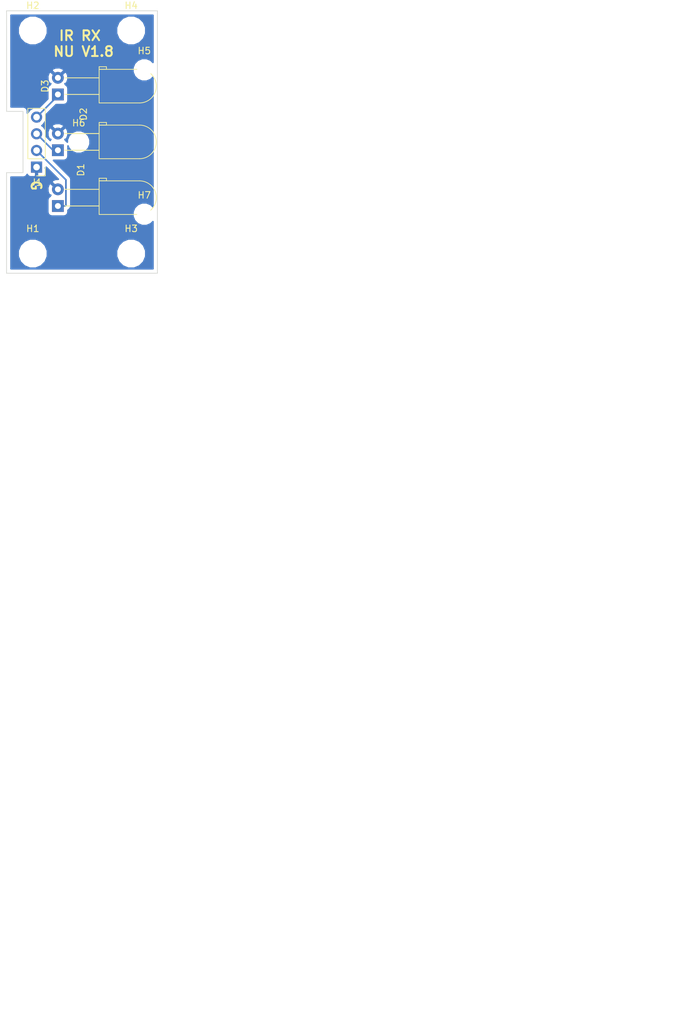
<source format=kicad_pcb>
(kicad_pcb (version 20171130) (host pcbnew 5.0.2-bee76a0~70~ubuntu18.04.1)

  (general
    (thickness 1.6)
    (drawings 15)
    (tracks 10)
    (zones 0)
    (modules 11)
    (nets 5)
  )

  (page A4)
  (layers
    (0 F.Cu signal)
    (31 B.Cu signal)
    (32 B.Adhes user)
    (33 F.Adhes user)
    (34 B.Paste user)
    (35 F.Paste user)
    (36 B.SilkS user)
    (37 F.SilkS user)
    (38 B.Mask user)
    (39 F.Mask user)
    (40 Dwgs.User user)
    (41 Cmts.User user)
    (42 Eco1.User user)
    (43 Eco2.User user)
    (44 Edge.Cuts user)
    (45 Margin user)
    (46 B.CrtYd user)
    (47 F.CrtYd user)
    (48 B.Fab user)
    (49 F.Fab user hide)
  )

  (setup
    (last_trace_width 0.25)
    (trace_clearance 0.2)
    (zone_clearance 0.508)
    (zone_45_only no)
    (trace_min 0.2)
    (segment_width 0.2)
    (edge_width 0.1)
    (via_size 0.8)
    (via_drill 0.4)
    (via_min_size 0.4)
    (via_min_drill 0.3)
    (uvia_size 0.3)
    (uvia_drill 0.1)
    (uvias_allowed no)
    (uvia_min_size 0.2)
    (uvia_min_drill 0.1)
    (pcb_text_width 0.3)
    (pcb_text_size 1.5 1.5)
    (mod_edge_width 0.15)
    (mod_text_size 1 1)
    (mod_text_width 0.15)
    (pad_size 1.5 1.5)
    (pad_drill 0.6)
    (pad_to_mask_clearance 0)
    (solder_mask_min_width 0.25)
    (aux_axis_origin 0 0)
    (visible_elements FFFBFF7F)
    (pcbplotparams
      (layerselection 0x010fc_ffffffff)
      (usegerberextensions true)
      (usegerberattributes false)
      (usegerberadvancedattributes false)
      (creategerberjobfile false)
      (excludeedgelayer true)
      (linewidth 0.100000)
      (plotframeref false)
      (viasonmask false)
      (mode 1)
      (useauxorigin false)
      (hpglpennumber 1)
      (hpglpenspeed 20)
      (hpglpendiameter 15.000000)
      (psnegative false)
      (psa4output false)
      (plotreference true)
      (plotvalue true)
      (plotinvisibletext false)
      (padsonsilk false)
      (subtractmaskfromsilk false)
      (outputformat 1)
      (mirror false)
      (drillshape 0)
      (scaleselection 1)
      (outputdirectory "Gerber/V1_5/"))
  )

  (net 0 "")
  (net 1 "Net-(D1-Pad2)")
  (net 2 "Net-(D1-Pad1)")
  (net 3 "Net-(D2-Pad1)")
  (net 4 "Net-(D3-Pad1)")

  (net_class Default "This is the default net class."
    (clearance 0.2)
    (trace_width 0.25)
    (via_dia 0.8)
    (via_drill 0.4)
    (uvia_dia 0.3)
    (uvia_drill 0.1)
    (add_net "Net-(D1-Pad1)")
    (add_net "Net-(D1-Pad2)")
    (add_net "Net-(D2-Pad1)")
    (add_net "Net-(D3-Pad1)")
  )

  (module LED_THT:LED_D5.0mm_Horizontal_O6.35mm_Z9.0mm (layer F.Cu) (tedit 5880A863) (tstamp 5DCD075B)
    (at 137.825 52.25 90)
    (descr "LED, diameter 5.0mm z-position of LED center 3.0mm, 2 pins, diameter 5.0mm z-position of LED center 3.0mm, 2 pins, diameter 5.0mm z-position of LED center 3.0mm, 2 pins, diameter 5.0mm z-position of LED center 9.0mm, 2 pins, diameter 5.0mm z-position of LED center 9.0mm, 2 pins, diameter 5.0mm z-position of LED center 9.0mm, 2 pins")
    (tags "LED diameter 5.0mm z-position of LED center 3.0mm 2 pins diameter 5.0mm z-position of LED center 3.0mm 2 pins diameter 5.0mm z-position of LED center 3.0mm 2 pins diameter 5.0mm z-position of LED center 9.0mm 2 pins diameter 5.0mm z-position of LED center 9.0mm 2 pins diameter 5.0mm z-position of LED center 9.0mm 2 pins")
    (path /5CC07017)
    (fp_text reference D2 (at 5.5 3.9 90) (layer F.SilkS)
      (effects (font (size 1 1) (thickness 0.15)))
    )
    (fp_text value PD333-3B/H0/L2 (at 1.27 16.01 90) (layer F.Fab)
      (effects (font (size 1 1) (thickness 0.15)))
    )
    (fp_arc (start 1.27 12.45) (end -1.23 12.45) (angle -180) (layer F.Fab) (width 0.1))
    (fp_arc (start 1.27 12.45) (end -1.29 12.45) (angle -180) (layer F.SilkS) (width 0.12))
    (fp_line (start -1.23 6.35) (end -1.23 12.45) (layer F.Fab) (width 0.1))
    (fp_line (start 3.77 6.35) (end 3.77 12.45) (layer F.Fab) (width 0.1))
    (fp_line (start -1.23 6.35) (end 3.77 6.35) (layer F.Fab) (width 0.1))
    (fp_line (start 4.17 6.35) (end 4.17 7.35) (layer F.Fab) (width 0.1))
    (fp_line (start 4.17 7.35) (end 3.77 7.35) (layer F.Fab) (width 0.1))
    (fp_line (start 3.77 7.35) (end 3.77 6.35) (layer F.Fab) (width 0.1))
    (fp_line (start 3.77 6.35) (end 4.17 6.35) (layer F.Fab) (width 0.1))
    (fp_line (start 0 0) (end 0 6.35) (layer F.Fab) (width 0.1))
    (fp_line (start 0 6.35) (end 0 6.35) (layer F.Fab) (width 0.1))
    (fp_line (start 0 6.35) (end 0 0) (layer F.Fab) (width 0.1))
    (fp_line (start 0 0) (end 0 0) (layer F.Fab) (width 0.1))
    (fp_line (start 2.54 0) (end 2.54 6.35) (layer F.Fab) (width 0.1))
    (fp_line (start 2.54 6.35) (end 2.54 6.35) (layer F.Fab) (width 0.1))
    (fp_line (start 2.54 6.35) (end 2.54 0) (layer F.Fab) (width 0.1))
    (fp_line (start 2.54 0) (end 2.54 0) (layer F.Fab) (width 0.1))
    (fp_line (start -1.29 6.29) (end -1.29 12.45) (layer F.SilkS) (width 0.12))
    (fp_line (start 3.83 6.29) (end 3.83 12.45) (layer F.SilkS) (width 0.12))
    (fp_line (start -1.29 6.29) (end 3.83 6.29) (layer F.SilkS) (width 0.12))
    (fp_line (start 4.23 6.29) (end 4.23 7.41) (layer F.SilkS) (width 0.12))
    (fp_line (start 4.23 7.41) (end 3.83 7.41) (layer F.SilkS) (width 0.12))
    (fp_line (start 3.83 7.41) (end 3.83 6.29) (layer F.SilkS) (width 0.12))
    (fp_line (start 3.83 6.29) (end 4.23 6.29) (layer F.SilkS) (width 0.12))
    (fp_line (start 0 1.08) (end 0 6.29) (layer F.SilkS) (width 0.12))
    (fp_line (start 0 6.29) (end 0 6.29) (layer F.SilkS) (width 0.12))
    (fp_line (start 0 6.29) (end 0 1.08) (layer F.SilkS) (width 0.12))
    (fp_line (start 0 1.08) (end 0 1.08) (layer F.SilkS) (width 0.12))
    (fp_line (start 2.54 1.08) (end 2.54 6.29) (layer F.SilkS) (width 0.12))
    (fp_line (start 2.54 6.29) (end 2.54 6.29) (layer F.SilkS) (width 0.12))
    (fp_line (start 2.54 6.29) (end 2.54 1.08) (layer F.SilkS) (width 0.12))
    (fp_line (start 2.54 1.08) (end 2.54 1.08) (layer F.SilkS) (width 0.12))
    (fp_line (start -1.95 -1.25) (end -1.95 15.3) (layer F.CrtYd) (width 0.05))
    (fp_line (start -1.95 15.3) (end 4.5 15.3) (layer F.CrtYd) (width 0.05))
    (fp_line (start 4.5 15.3) (end 4.5 -1.25) (layer F.CrtYd) (width 0.05))
    (fp_line (start 4.5 -1.25) (end -1.95 -1.25) (layer F.CrtYd) (width 0.05))
    (pad 1 thru_hole rect (at 0 0 90) (size 1.8 1.8) (drill 0.9) (layers *.Cu *.Mask)
      (net 3 "Net-(D2-Pad1)"))
    (pad 2 thru_hole circle (at 2.54 0 90) (size 1.8 1.8) (drill 0.9) (layers *.Cu *.Mask)
      (net 1 "Net-(D1-Pad2)"))
    (model ${KISYS3DMOD}/LED_THT.3dshapes/LED_D5.0mm_Horizontal_O6.35mm_Z9.0mm.wrl
      (at (xyz 0 0 0))
      (scale (xyz 1 1 1))
      (rotate (xyz 0 0 0))
    )
  )

  (module LED_THT:LED_D5.0mm_Horizontal_O6.35mm_Z9.0mm (layer F.Cu) (tedit 5880A863) (tstamp 5DCD0656)
    (at 137.825 60.75 90)
    (descr "LED, diameter 5.0mm z-position of LED center 3.0mm, 2 pins, diameter 5.0mm z-position of LED center 3.0mm, 2 pins, diameter 5.0mm z-position of LED center 3.0mm, 2 pins, diameter 5.0mm z-position of LED center 9.0mm, 2 pins, diameter 5.0mm z-position of LED center 9.0mm, 2 pins, diameter 5.0mm z-position of LED center 9.0mm, 2 pins")
    (tags "LED diameter 5.0mm z-position of LED center 3.0mm 2 pins diameter 5.0mm z-position of LED center 3.0mm 2 pins diameter 5.0mm z-position of LED center 3.0mm 2 pins diameter 5.0mm z-position of LED center 9.0mm 2 pins diameter 5.0mm z-position of LED center 9.0mm 2 pins diameter 5.0mm z-position of LED center 9.0mm 2 pins")
    (path /5D3014B8)
    (fp_text reference D1 (at 5.5 3.5 90) (layer F.SilkS)
      (effects (font (size 1 1) (thickness 0.15)))
    )
    (fp_text value PD333-3B/H0/L2 (at 1.27 16.01 90) (layer F.Fab)
      (effects (font (size 1 1) (thickness 0.15)))
    )
    (fp_line (start 4.5 -1.25) (end -1.95 -1.25) (layer F.CrtYd) (width 0.05))
    (fp_line (start 4.5 15.3) (end 4.5 -1.25) (layer F.CrtYd) (width 0.05))
    (fp_line (start -1.95 15.3) (end 4.5 15.3) (layer F.CrtYd) (width 0.05))
    (fp_line (start -1.95 -1.25) (end -1.95 15.3) (layer F.CrtYd) (width 0.05))
    (fp_line (start 2.54 1.08) (end 2.54 1.08) (layer F.SilkS) (width 0.12))
    (fp_line (start 2.54 6.29) (end 2.54 1.08) (layer F.SilkS) (width 0.12))
    (fp_line (start 2.54 6.29) (end 2.54 6.29) (layer F.SilkS) (width 0.12))
    (fp_line (start 2.54 1.08) (end 2.54 6.29) (layer F.SilkS) (width 0.12))
    (fp_line (start 0 1.08) (end 0 1.08) (layer F.SilkS) (width 0.12))
    (fp_line (start 0 6.29) (end 0 1.08) (layer F.SilkS) (width 0.12))
    (fp_line (start 0 6.29) (end 0 6.29) (layer F.SilkS) (width 0.12))
    (fp_line (start 0 1.08) (end 0 6.29) (layer F.SilkS) (width 0.12))
    (fp_line (start 3.83 6.29) (end 4.23 6.29) (layer F.SilkS) (width 0.12))
    (fp_line (start 3.83 7.41) (end 3.83 6.29) (layer F.SilkS) (width 0.12))
    (fp_line (start 4.23 7.41) (end 3.83 7.41) (layer F.SilkS) (width 0.12))
    (fp_line (start 4.23 6.29) (end 4.23 7.41) (layer F.SilkS) (width 0.12))
    (fp_line (start -1.29 6.29) (end 3.83 6.29) (layer F.SilkS) (width 0.12))
    (fp_line (start 3.83 6.29) (end 3.83 12.45) (layer F.SilkS) (width 0.12))
    (fp_line (start -1.29 6.29) (end -1.29 12.45) (layer F.SilkS) (width 0.12))
    (fp_line (start 2.54 0) (end 2.54 0) (layer F.Fab) (width 0.1))
    (fp_line (start 2.54 6.35) (end 2.54 0) (layer F.Fab) (width 0.1))
    (fp_line (start 2.54 6.35) (end 2.54 6.35) (layer F.Fab) (width 0.1))
    (fp_line (start 2.54 0) (end 2.54 6.35) (layer F.Fab) (width 0.1))
    (fp_line (start 0 0) (end 0 0) (layer F.Fab) (width 0.1))
    (fp_line (start 0 6.35) (end 0 0) (layer F.Fab) (width 0.1))
    (fp_line (start 0 6.35) (end 0 6.35) (layer F.Fab) (width 0.1))
    (fp_line (start 0 0) (end 0 6.35) (layer F.Fab) (width 0.1))
    (fp_line (start 3.77 6.35) (end 4.17 6.35) (layer F.Fab) (width 0.1))
    (fp_line (start 3.77 7.35) (end 3.77 6.35) (layer F.Fab) (width 0.1))
    (fp_line (start 4.17 7.35) (end 3.77 7.35) (layer F.Fab) (width 0.1))
    (fp_line (start 4.17 6.35) (end 4.17 7.35) (layer F.Fab) (width 0.1))
    (fp_line (start -1.23 6.35) (end 3.77 6.35) (layer F.Fab) (width 0.1))
    (fp_line (start 3.77 6.35) (end 3.77 12.45) (layer F.Fab) (width 0.1))
    (fp_line (start -1.23 6.35) (end -1.23 12.45) (layer F.Fab) (width 0.1))
    (fp_arc (start 1.27 12.45) (end -1.29 12.45) (angle -180) (layer F.SilkS) (width 0.12))
    (fp_arc (start 1.27 12.45) (end -1.23 12.45) (angle -180) (layer F.Fab) (width 0.1))
    (pad 2 thru_hole circle (at 2.54 0 90) (size 1.8 1.8) (drill 0.9) (layers *.Cu *.Mask)
      (net 1 "Net-(D1-Pad2)"))
    (pad 1 thru_hole rect (at 0 0 90) (size 1.8 1.8) (drill 0.9) (layers *.Cu *.Mask)
      (net 2 "Net-(D1-Pad1)"))
    (model ${KISYS3DMOD}/LED_THT.3dshapes/LED_D5.0mm_Horizontal_O6.35mm_Z9.0mm.wrl
      (at (xyz 0 0 0))
      (scale (xyz 1 1 1))
      (rotate (xyz 0 0 0))
    )
  )

  (module MountingHole:MountingHole_3.2mm_M3_DIN965 (layer F.Cu) (tedit 56D1B4CB) (tstamp 5DBA7EC4)
    (at 134 68)
    (descr "Mounting Hole 3.2mm, no annular, M3, DIN965")
    (tags "mounting hole 3.2mm no annular m3 din965")
    (path /5D352F91)
    (attr virtual)
    (fp_text reference H1 (at 0 -3.8) (layer F.SilkS)
      (effects (font (size 1 1) (thickness 0.15)))
    )
    (fp_text value " MountingHole" (at 0 3.8) (layer F.Fab)
      (effects (font (size 1 1) (thickness 0.15)))
    )
    (fp_text user %R (at 0.3 0) (layer F.Fab)
      (effects (font (size 1 1) (thickness 0.15)))
    )
    (fp_circle (center 0 0) (end 2.8 0) (layer Cmts.User) (width 0.15))
    (fp_circle (center 0 0) (end 3.05 0) (layer F.CrtYd) (width 0.05))
    (pad 1 np_thru_hole circle (at 0 0) (size 3.2 3.2) (drill 3.2) (layers *.Cu *.Mask))
  )

  (module MountingHole:MountingHole_3.2mm_M3_DIN965 (layer F.Cu) (tedit 56D1B4CB) (tstamp 5DBA7E89)
    (at 134 34)
    (descr "Mounting Hole 3.2mm, no annular, M3, DIN965")
    (tags "mounting hole 3.2mm no annular m3 din965")
    (path /5D42B75D)
    (attr virtual)
    (fp_text reference H2 (at 0 -3.8) (layer F.SilkS)
      (effects (font (size 1 1) (thickness 0.15)))
    )
    (fp_text value MountingHole (at 0 3.8) (layer F.Fab)
      (effects (font (size 1 1) (thickness 0.15)))
    )
    (fp_text user %R (at 0.3 0) (layer F.Fab)
      (effects (font (size 1 1) (thickness 0.15)))
    )
    (fp_circle (center 0 0) (end 2.8 0) (layer Cmts.User) (width 0.15))
    (fp_circle (center 0 0) (end 3.05 0) (layer F.CrtYd) (width 0.05))
    (pad 1 np_thru_hole circle (at 0 0) (size 3.2 3.2) (drill 3.2) (layers *.Cu *.Mask))
  )

  (module MountingHole:MountingHole_3.2mm_M3_DIN965 (layer F.Cu) (tedit 56D1B4CB) (tstamp 5DBA7F00)
    (at 149 68)
    (descr "Mounting Hole 3.2mm, no annular, M3, DIN965")
    (tags "mounting hole 3.2mm no annular m3 din965")
    (path /5D352FF3)
    (attr virtual)
    (fp_text reference H3 (at 0 -3.8) (layer F.SilkS)
      (effects (font (size 1 1) (thickness 0.15)))
    )
    (fp_text value MountingHole (at 0 3.8) (layer F.Fab)
      (effects (font (size 1 1) (thickness 0.15)))
    )
    (fp_circle (center 0 0) (end 3.05 0) (layer F.CrtYd) (width 0.05))
    (fp_circle (center 0 0) (end 2.8 0) (layer Cmts.User) (width 0.15))
    (fp_text user %R (at 0.3 0) (layer F.Fab)
      (effects (font (size 1 1) (thickness 0.15)))
    )
    (pad 1 np_thru_hole circle (at 0 0) (size 3.2 3.2) (drill 3.2) (layers *.Cu *.Mask))
  )

  (module MountingHole:MountingHole_3.2mm_M3_DIN965 (layer F.Cu) (tedit 56D1B4CB) (tstamp 5DBA7E6C)
    (at 149 34)
    (descr "Mounting Hole 3.2mm, no annular, M3, DIN965")
    (tags "mounting hole 3.2mm no annular m3 din965")
    (path /5D42B7EB)
    (attr virtual)
    (fp_text reference H4 (at 0 -3.8) (layer F.SilkS)
      (effects (font (size 1 1) (thickness 0.15)))
    )
    (fp_text value MountingHole (at 0 3.8) (layer F.Fab)
      (effects (font (size 1 1) (thickness 0.15)))
    )
    (fp_circle (center 0 0) (end 3.05 0) (layer F.CrtYd) (width 0.05))
    (fp_circle (center 0 0) (end 2.8 0) (layer Cmts.User) (width 0.15))
    (fp_text user %R (at 0.3 0) (layer F.Fab)
      (effects (font (size 1 1) (thickness 0.15)))
    )
    (pad 1 np_thru_hole circle (at 0 0) (size 3.2 3.2) (drill 3.2) (layers *.Cu *.Mask))
  )

  (module MountingHole:MountingHole_2.2mm_M2_DIN965 (layer F.Cu) (tedit 56D1B4CB) (tstamp 5DBA7F3E)
    (at 151 40)
    (descr "Mounting Hole 2.2mm, no annular, M2, DIN965")
    (tags "mounting hole 2.2mm no annular m2 din965")
    (path /5D42A85C)
    (attr virtual)
    (fp_text reference H5 (at 0 -2.9) (layer F.SilkS)
      (effects (font (size 1 1) (thickness 0.15)))
    )
    (fp_text value MountingHole (at 0 2.9) (layer F.Fab)
      (effects (font (size 1 1) (thickness 0.15)))
    )
    (fp_circle (center 0 0) (end 2.15 0) (layer F.CrtYd) (width 0.05))
    (fp_circle (center 0 0) (end 1.9 0) (layer Cmts.User) (width 0.15))
    (fp_text user %R (at 0.3 0) (layer F.Fab)
      (effects (font (size 1 1) (thickness 0.15)))
    )
    (pad 1 np_thru_hole circle (at 0 0) (size 2.2 2.2) (drill 2.2) (layers *.Cu *.Mask))
  )

  (module MountingHole:MountingHole_2.2mm_M2_DIN965 (layer F.Cu) (tedit 56D1B4CB) (tstamp 5DBA7F79)
    (at 141 51)
    (descr "Mounting Hole 2.2mm, no annular, M2, DIN965")
    (tags "mounting hole 2.2mm no annular m2 din965")
    (path /5D42B91F)
    (attr virtual)
    (fp_text reference H6 (at 0 -2.9) (layer F.SilkS)
      (effects (font (size 1 1) (thickness 0.15)))
    )
    (fp_text value MountingHole (at 0 2.9) (layer F.Fab)
      (effects (font (size 1 1) (thickness 0.15)))
    )
    (fp_text user %R (at 0.3 0) (layer F.Fab)
      (effects (font (size 1 1) (thickness 0.15)))
    )
    (fp_circle (center 0 0) (end 1.9 0) (layer Cmts.User) (width 0.15))
    (fp_circle (center 0 0) (end 2.15 0) (layer F.CrtYd) (width 0.05))
    (pad 1 np_thru_hole circle (at 0 0) (size 2.2 2.2) (drill 2.2) (layers *.Cu *.Mask))
  )

  (module MountingHole:MountingHole_2.2mm_M2_DIN965 (layer F.Cu) (tedit 56D1B4CB) (tstamp 5DBA7FB4)
    (at 151 62)
    (descr "Mounting Hole 2.2mm, no annular, M2, DIN965")
    (tags "mounting hole 2.2mm no annular m2 din965")
    (path /5D42A906)
    (attr virtual)
    (fp_text reference H7 (at 0 -2.9) (layer F.SilkS)
      (effects (font (size 1 1) (thickness 0.15)))
    )
    (fp_text value MountingHole (at 0 2.9) (layer F.Fab)
      (effects (font (size 1 1) (thickness 0.15)))
    )
    (fp_text user %R (at 0.3 0) (layer F.Fab)
      (effects (font (size 1 1) (thickness 0.15)))
    )
    (fp_circle (center 0 0) (end 1.9 0) (layer Cmts.User) (width 0.15))
    (fp_circle (center 0 0) (end 2.15 0) (layer F.CrtYd) (width 0.05))
    (pad 1 np_thru_hole circle (at 0 0) (size 2.2 2.2) (drill 2.2) (layers *.Cu *.Mask))
  )

  (module LED_THT:LED_D5.0mm_Horizontal_O6.35mm_Z9.0mm (layer F.Cu) (tedit 5880A863) (tstamp 5DCD02FE)
    (at 137.825 43.75 90)
    (descr "LED, diameter 5.0mm z-position of LED center 3.0mm, 2 pins, diameter 5.0mm z-position of LED center 3.0mm, 2 pins, diameter 5.0mm z-position of LED center 3.0mm, 2 pins, diameter 5.0mm z-position of LED center 9.0mm, 2 pins, diameter 5.0mm z-position of LED center 9.0mm, 2 pins, diameter 5.0mm z-position of LED center 9.0mm, 2 pins")
    (tags "LED diameter 5.0mm z-position of LED center 3.0mm 2 pins diameter 5.0mm z-position of LED center 3.0mm 2 pins diameter 5.0mm z-position of LED center 3.0mm 2 pins diameter 5.0mm z-position of LED center 9.0mm 2 pins diameter 5.0mm z-position of LED center 9.0mm 2 pins diameter 5.0mm z-position of LED center 9.0mm 2 pins")
    (path /5DCCF706)
    (fp_text reference D3 (at 1.27 -1.96 90) (layer F.SilkS)
      (effects (font (size 1 1) (thickness 0.15)))
    )
    (fp_text value PD333-3B/H0/L2 (at 1.27 16.01 90) (layer F.Fab)
      (effects (font (size 1 1) (thickness 0.15)))
    )
    (fp_arc (start 1.27 12.45) (end -1.23 12.45) (angle -180) (layer F.Fab) (width 0.1))
    (fp_arc (start 1.27 12.45) (end -1.29 12.45) (angle -180) (layer F.SilkS) (width 0.12))
    (fp_line (start -1.23 6.35) (end -1.23 12.45) (layer F.Fab) (width 0.1))
    (fp_line (start 3.77 6.35) (end 3.77 12.45) (layer F.Fab) (width 0.1))
    (fp_line (start -1.23 6.35) (end 3.77 6.35) (layer F.Fab) (width 0.1))
    (fp_line (start 4.17 6.35) (end 4.17 7.35) (layer F.Fab) (width 0.1))
    (fp_line (start 4.17 7.35) (end 3.77 7.35) (layer F.Fab) (width 0.1))
    (fp_line (start 3.77 7.35) (end 3.77 6.35) (layer F.Fab) (width 0.1))
    (fp_line (start 3.77 6.35) (end 4.17 6.35) (layer F.Fab) (width 0.1))
    (fp_line (start 0 0) (end 0 6.35) (layer F.Fab) (width 0.1))
    (fp_line (start 0 6.35) (end 0 6.35) (layer F.Fab) (width 0.1))
    (fp_line (start 0 6.35) (end 0 0) (layer F.Fab) (width 0.1))
    (fp_line (start 0 0) (end 0 0) (layer F.Fab) (width 0.1))
    (fp_line (start 2.54 0) (end 2.54 6.35) (layer F.Fab) (width 0.1))
    (fp_line (start 2.54 6.35) (end 2.54 6.35) (layer F.Fab) (width 0.1))
    (fp_line (start 2.54 6.35) (end 2.54 0) (layer F.Fab) (width 0.1))
    (fp_line (start 2.54 0) (end 2.54 0) (layer F.Fab) (width 0.1))
    (fp_line (start -1.29 6.29) (end -1.29 12.45) (layer F.SilkS) (width 0.12))
    (fp_line (start 3.83 6.29) (end 3.83 12.45) (layer F.SilkS) (width 0.12))
    (fp_line (start -1.29 6.29) (end 3.83 6.29) (layer F.SilkS) (width 0.12))
    (fp_line (start 4.23 6.29) (end 4.23 7.41) (layer F.SilkS) (width 0.12))
    (fp_line (start 4.23 7.41) (end 3.83 7.41) (layer F.SilkS) (width 0.12))
    (fp_line (start 3.83 7.41) (end 3.83 6.29) (layer F.SilkS) (width 0.12))
    (fp_line (start 3.83 6.29) (end 4.23 6.29) (layer F.SilkS) (width 0.12))
    (fp_line (start 0 1.08) (end 0 6.29) (layer F.SilkS) (width 0.12))
    (fp_line (start 0 6.29) (end 0 6.29) (layer F.SilkS) (width 0.12))
    (fp_line (start 0 6.29) (end 0 1.08) (layer F.SilkS) (width 0.12))
    (fp_line (start 0 1.08) (end 0 1.08) (layer F.SilkS) (width 0.12))
    (fp_line (start 2.54 1.08) (end 2.54 6.29) (layer F.SilkS) (width 0.12))
    (fp_line (start 2.54 6.29) (end 2.54 6.29) (layer F.SilkS) (width 0.12))
    (fp_line (start 2.54 6.29) (end 2.54 1.08) (layer F.SilkS) (width 0.12))
    (fp_line (start 2.54 1.08) (end 2.54 1.08) (layer F.SilkS) (width 0.12))
    (fp_line (start -1.95 -1.25) (end -1.95 15.3) (layer F.CrtYd) (width 0.05))
    (fp_line (start -1.95 15.3) (end 4.5 15.3) (layer F.CrtYd) (width 0.05))
    (fp_line (start 4.5 15.3) (end 4.5 -1.25) (layer F.CrtYd) (width 0.05))
    (fp_line (start 4.5 -1.25) (end -1.95 -1.25) (layer F.CrtYd) (width 0.05))
    (pad 1 thru_hole rect (at 0 0 90) (size 1.8 1.8) (drill 0.9) (layers *.Cu *.Mask)
      (net 4 "Net-(D3-Pad1)"))
    (pad 2 thru_hole circle (at 2.54 0 90) (size 1.8 1.8) (drill 0.9) (layers *.Cu *.Mask)
      (net 1 "Net-(D1-Pad2)"))
    (model ${KISYS3DMOD}/LED_THT.3dshapes/LED_D5.0mm_Horizontal_O6.35mm_Z9.0mm.wrl
      (at (xyz 0 0 0))
      (scale (xyz 1 1 1))
      (rotate (xyz 0 0 0))
    )
  )

  (module Connector_PinHeader_2.54mm:PinHeader_1x04_P2.54mm_Vertical (layer F.Cu) (tedit 59FED5CC) (tstamp 5DCCF7CE)
    (at 134.575 54.825 180)
    (descr "Through hole straight pin header, 1x04, 2.54mm pitch, single row")
    (tags "Through hole pin header THT 1x04 2.54mm single row")
    (path /5DCCF4CA)
    (fp_text reference J1 (at 0 -2.33 180) (layer F.SilkS)
      (effects (font (size 1 1) (thickness 0.15)))
    )
    (fp_text value Conn_01x04 (at 0 9.95 180) (layer F.Fab)
      (effects (font (size 1 1) (thickness 0.15)))
    )
    (fp_line (start -0.635 -1.27) (end 1.27 -1.27) (layer F.Fab) (width 0.1))
    (fp_line (start 1.27 -1.27) (end 1.27 8.89) (layer F.Fab) (width 0.1))
    (fp_line (start 1.27 8.89) (end -1.27 8.89) (layer F.Fab) (width 0.1))
    (fp_line (start -1.27 8.89) (end -1.27 -0.635) (layer F.Fab) (width 0.1))
    (fp_line (start -1.27 -0.635) (end -0.635 -1.27) (layer F.Fab) (width 0.1))
    (fp_line (start -1.33 8.95) (end 1.33 8.95) (layer F.SilkS) (width 0.12))
    (fp_line (start -1.33 1.27) (end -1.33 8.95) (layer F.SilkS) (width 0.12))
    (fp_line (start 1.33 1.27) (end 1.33 8.95) (layer F.SilkS) (width 0.12))
    (fp_line (start -1.33 1.27) (end 1.33 1.27) (layer F.SilkS) (width 0.12))
    (fp_line (start -1.33 0) (end -1.33 -1.33) (layer F.SilkS) (width 0.12))
    (fp_line (start -1.33 -1.33) (end 0 -1.33) (layer F.SilkS) (width 0.12))
    (fp_line (start -1.8 -1.8) (end -1.8 9.4) (layer F.CrtYd) (width 0.05))
    (fp_line (start -1.8 9.4) (end 1.8 9.4) (layer F.CrtYd) (width 0.05))
    (fp_line (start 1.8 9.4) (end 1.8 -1.8) (layer F.CrtYd) (width 0.05))
    (fp_line (start 1.8 -1.8) (end -1.8 -1.8) (layer F.CrtYd) (width 0.05))
    (fp_text user %R (at 0 3.81 270) (layer F.Fab)
      (effects (font (size 1 1) (thickness 0.15)))
    )
    (pad 1 thru_hole rect (at 0 0 180) (size 1.7 1.7) (drill 1) (layers *.Cu *.Mask)
      (net 1 "Net-(D1-Pad2)"))
    (pad 2 thru_hole oval (at 0 2.54 180) (size 1.7 1.7) (drill 1) (layers *.Cu *.Mask)
      (net 2 "Net-(D1-Pad1)"))
    (pad 3 thru_hole oval (at 0 5.08 180) (size 1.7 1.7) (drill 1) (layers *.Cu *.Mask)
      (net 3 "Net-(D2-Pad1)"))
    (pad 4 thru_hole oval (at 0 7.62 180) (size 1.7 1.7) (drill 1) (layers *.Cu *.Mask)
      (net 4 "Net-(D3-Pad1)"))
    (model ${KISYS3DMOD}/Connector_PinHeader_2.54mm.3dshapes/PinHeader_1x04_P2.54mm_Vertical.wrl
      (at (xyz 0 0 0))
      (scale (xyz 1 1 1))
      (rotate (xyz 0 0 0))
    )
  )

  (gr_text "V1.8 : 3 IR RX LEDs" (at 221.75 183.875) (layer Cmts.User)
    (effects (font (size 1.5 1.5) (thickness 0.3)))
  )
  (gr_line (start 130 55.67) (end 130 71) (layer Edge.Cuts) (width 0.1))
  (gr_line (start 130 31) (end 130.01 46.33) (layer Edge.Cuts) (width 0.1))
  (gr_line (start 132.5 55.67) (end 130 55.67) (layer Edge.Cuts) (width 0.1))
  (gr_line (start 132.51 46.33) (end 132.51 55.67) (layer Edge.Cuts) (width 0.1))
  (gr_line (start 130.01 46.33) (end 132.5 46.33) (layer Edge.Cuts) (width 0.1))
  (gr_text "IR RX \nNU V1.8" (at 141.75 36) (layer F.SilkS)
    (effects (font (size 1.5 1.5) (thickness 0.3)))
  )
  (gr_line (start 130 51) (end 153 51) (layer Dwgs.User) (width 0.1) (tstamp 5D42B6CE))
  (gr_line (start 153 71) (end 153 31) (layer Edge.Cuts) (width 0.1) (tstamp 5D42B7D0))
  (gr_circle (center 151.16 59.5) (end 153.76 61.3) (layer Dwgs.User) (width 0.2) (tstamp 5D42B7D9))
  (gr_text G (at 134.5 57.625 270) (layer F.SilkS)
    (effects (font (size 1.5 1.5) (thickness 0.3)))
  )
  (gr_line (start 130 71) (end 153 71) (layer Edge.Cuts) (width 0.1))
  (gr_line (start 153 31) (end 130 31) (layer Edge.Cuts) (width 0.1) (tstamp 5D42BADA))
  (gr_circle (center 151.16 51) (end 153.76 52.8) (layer Dwgs.User) (width 0.2) (tstamp 5D42B825))
  (gr_circle (center 151.16 42.5) (end 153.76 44.3) (layer Dwgs.User) (width 0.2) (tstamp 5D42B7D6))

  (segment (start 138.975 60.75) (end 137.825 60.75) (width 0.25) (layer B.Cu) (net 2))
  (segment (start 139.050001 60.674999) (end 138.975 60.75) (width 0.25) (layer B.Cu) (net 2))
  (segment (start 139.050001 56.760001) (end 139.050001 60.674999) (width 0.25) (layer B.Cu) (net 2))
  (segment (start 134.575 52.285) (end 139.050001 56.760001) (width 0.25) (layer B.Cu) (net 2))
  (segment (start 137.08 52.25) (end 137.825 52.25) (width 0.25) (layer B.Cu) (net 3))
  (segment (start 134.575 49.745) (end 137.08 52.25) (width 0.25) (layer B.Cu) (net 3))
  (segment (start 134.985 47.865) (end 134.91 47.865) (width 0.25) (layer B.Cu) (net 4) (status 30))
  (segment (start 137.825 43.955) (end 137.825 43.75) (width 0.25) (layer F.Cu) (net 4) (status 30))
  (segment (start 137.825 43.955) (end 137.825 43.75) (width 0.25) (layer B.Cu) (net 4) (status 30))
  (segment (start 134.575 47.205) (end 137.825 43.955) (width 0.25) (layer B.Cu) (net 4) (status 30))

  (zone (net 1) (net_name "Net-(D1-Pad2)") (layer B.Cu) (tstamp 0) (hatch edge 0.508)
    (connect_pads (clearance 0.508))
    (min_thickness 0.254)
    (fill yes (arc_segments 16) (thermal_gap 0.508) (thermal_bridge_width 0.508))
    (polygon
      (pts
        (xy 129 30) (xy 154 30) (xy 154 72) (xy 129 72)
      )
    )
    (filled_polygon
      (pts
        (xy 152.315001 38.86134) (xy 151.982799 38.529138) (xy 151.345113 38.265) (xy 150.654887 38.265) (xy 150.017201 38.529138)
        (xy 149.529138 39.017201) (xy 149.265 39.654887) (xy 149.265 40.345113) (xy 149.529138 40.982799) (xy 150.017201 41.470862)
        (xy 150.654887 41.735) (xy 151.345113 41.735) (xy 151.982799 41.470862) (xy 152.315001 41.13866) (xy 152.315 60.861339)
        (xy 151.982799 60.529138) (xy 151.345113 60.265) (xy 150.654887 60.265) (xy 150.017201 60.529138) (xy 149.529138 61.017201)
        (xy 149.265 61.654887) (xy 149.265 62.345113) (xy 149.529138 62.982799) (xy 150.017201 63.470862) (xy 150.654887 63.735)
        (xy 151.345113 63.735) (xy 151.982799 63.470862) (xy 152.315 63.138661) (xy 152.315 70.315) (xy 130.685 70.315)
        (xy 130.685 67.555431) (xy 131.765 67.555431) (xy 131.765 68.444569) (xy 132.105259 69.266026) (xy 132.733974 69.894741)
        (xy 133.555431 70.235) (xy 134.444569 70.235) (xy 135.266026 69.894741) (xy 135.894741 69.266026) (xy 136.235 68.444569)
        (xy 136.235 67.555431) (xy 146.765 67.555431) (xy 146.765 68.444569) (xy 147.105259 69.266026) (xy 147.733974 69.894741)
        (xy 148.555431 70.235) (xy 149.444569 70.235) (xy 150.266026 69.894741) (xy 150.894741 69.266026) (xy 151.235 68.444569)
        (xy 151.235 67.555431) (xy 150.894741 66.733974) (xy 150.266026 66.105259) (xy 149.444569 65.765) (xy 148.555431 65.765)
        (xy 147.733974 66.105259) (xy 147.105259 66.733974) (xy 146.765 67.555431) (xy 136.235 67.555431) (xy 135.894741 66.733974)
        (xy 135.266026 66.105259) (xy 134.444569 65.765) (xy 133.555431 65.765) (xy 132.733974 66.105259) (xy 132.105259 66.733974)
        (xy 131.765 67.555431) (xy 130.685 67.555431) (xy 130.685 56.355) (xy 132.442539 56.355) (xy 132.51 56.368419)
        (xy 132.777273 56.315255) (xy 133.003857 56.163857) (xy 133.149738 55.94553) (xy 133.186673 56.034699) (xy 133.365302 56.213327)
        (xy 133.598691 56.31) (xy 134.28925 56.31) (xy 134.448 56.15125) (xy 134.448 54.952) (xy 134.428 54.952)
        (xy 134.428 54.698) (xy 134.448 54.698) (xy 134.448 54.678) (xy 134.702 54.678) (xy 134.702 54.698)
        (xy 134.722 54.698) (xy 134.722 54.952) (xy 134.702 54.952) (xy 134.702 56.15125) (xy 134.86075 56.31)
        (xy 135.551309 56.31) (xy 135.784698 56.213327) (xy 135.963327 56.034699) (xy 136.06 55.80131) (xy 136.06 55.11075)
        (xy 135.901252 54.952002) (xy 136.06 54.952002) (xy 136.06 54.844802) (xy 137.886273 56.671075) (xy 137.45554 56.689161)
        (xy 137.010852 56.873357) (xy 136.924446 57.129841) (xy 137.825 58.030395) (xy 137.839143 58.016253) (xy 138.018748 58.195858)
        (xy 138.004605 58.21) (xy 138.018748 58.224143) (xy 137.839143 58.403748) (xy 137.825 58.389605) (xy 137.810858 58.403748)
        (xy 137.631253 58.224143) (xy 137.645395 58.21) (xy 136.744841 57.309446) (xy 136.488357 57.395852) (xy 136.278542 57.969336)
        (xy 136.304161 58.57946) (xy 136.488357 59.024148) (xy 136.744839 59.110553) (xy 136.630282 59.22511) (xy 136.665114 59.259942)
        (xy 136.467191 59.392191) (xy 136.326843 59.602235) (xy 136.27756 59.85) (xy 136.27756 61.65) (xy 136.326843 61.897765)
        (xy 136.467191 62.107809) (xy 136.677235 62.248157) (xy 136.925 62.29744) (xy 138.725 62.29744) (xy 138.972765 62.248157)
        (xy 139.182809 62.107809) (xy 139.323157 61.897765) (xy 139.37244 61.65) (xy 139.37244 61.398483) (xy 139.522929 61.297929)
        (xy 139.55297 61.252969) (xy 139.59793 61.222928) (xy 139.765905 60.971536) (xy 139.810001 60.749851) (xy 139.810001 60.749847)
        (xy 139.824889 60.675) (xy 139.810001 60.600153) (xy 139.810001 56.834847) (xy 139.824889 56.76) (xy 139.810001 56.685153)
        (xy 139.810001 56.685149) (xy 139.765905 56.463464) (xy 139.59793 56.212072) (xy 139.534474 56.169672) (xy 137.162241 53.79744)
        (xy 138.725 53.79744) (xy 138.972765 53.748157) (xy 139.182809 53.607809) (xy 139.323157 53.397765) (xy 139.37244 53.15)
        (xy 139.37244 51.604496) (xy 139.529138 51.982799) (xy 140.017201 52.470862) (xy 140.654887 52.735) (xy 141.345113 52.735)
        (xy 141.982799 52.470862) (xy 142.470862 51.982799) (xy 142.735 51.345113) (xy 142.735 50.654887) (xy 142.470862 50.017201)
        (xy 141.982799 49.529138) (xy 141.345113 49.265) (xy 140.654887 49.265) (xy 140.017201 49.529138) (xy 139.529138 50.017201)
        (xy 139.265 50.654887) (xy 139.265 51.015198) (xy 139.182809 50.892191) (xy 138.984886 50.759942) (xy 139.019718 50.72511)
        (xy 138.905161 50.610553) (xy 139.161643 50.524148) (xy 139.371458 49.950664) (xy 139.345839 49.34054) (xy 139.161643 48.895852)
        (xy 138.905159 48.809446) (xy 138.004605 49.71) (xy 138.018748 49.724143) (xy 137.839143 49.903748) (xy 137.825 49.889605)
        (xy 137.810858 49.903748) (xy 137.631253 49.724143) (xy 137.645395 49.71) (xy 136.744841 48.809446) (xy 136.488357 48.895852)
        (xy 136.278542 49.469336) (xy 136.304161 50.07946) (xy 136.488357 50.524148) (xy 136.744839 50.610553) (xy 136.630282 50.72511)
        (xy 136.665114 50.759942) (xy 136.664892 50.76009) (xy 136.016209 50.111408) (xy 136.089092 49.745) (xy 135.973839 49.165582)
        (xy 135.645625 48.674375) (xy 135.578975 48.629841) (xy 136.924446 48.629841) (xy 137.825 49.530395) (xy 138.725554 48.629841)
        (xy 138.639148 48.373357) (xy 138.065664 48.163542) (xy 137.45554 48.189161) (xy 137.010852 48.373357) (xy 136.924446 48.629841)
        (xy 135.578975 48.629841) (xy 135.393636 48.506002) (xy 135.532929 48.412929) (xy 135.607773 48.300917) (xy 135.645625 48.275625)
        (xy 135.973839 47.784418) (xy 136.089092 47.205) (xy 136.016209 46.838592) (xy 137.557362 45.29744) (xy 138.725 45.29744)
        (xy 138.972765 45.248157) (xy 139.182809 45.107809) (xy 139.323157 44.897765) (xy 139.37244 44.65) (xy 139.37244 42.85)
        (xy 139.323157 42.602235) (xy 139.182809 42.392191) (xy 138.984886 42.259942) (xy 139.019718 42.22511) (xy 138.905161 42.110553)
        (xy 139.161643 42.024148) (xy 139.371458 41.450664) (xy 139.345839 40.84054) (xy 139.161643 40.395852) (xy 138.905159 40.309446)
        (xy 138.004605 41.21) (xy 138.018748 41.224143) (xy 137.839143 41.403748) (xy 137.825 41.389605) (xy 137.810858 41.403748)
        (xy 137.631253 41.224143) (xy 137.645395 41.21) (xy 136.744841 40.309446) (xy 136.488357 40.395852) (xy 136.278542 40.969336)
        (xy 136.304161 41.57946) (xy 136.488357 42.024148) (xy 136.744839 42.110553) (xy 136.630282 42.22511) (xy 136.665114 42.259942)
        (xy 136.467191 42.392191) (xy 136.326843 42.602235) (xy 136.27756 42.85) (xy 136.27756 44.427638) (xy 134.941408 45.763791)
        (xy 134.721256 45.72) (xy 134.428744 45.72) (xy 133.995582 45.806161) (xy 133.504375 46.134375) (xy 133.195 46.597387)
        (xy 133.195 46.347188) (xy 133.198419 46.33) (xy 133.195 46.312812) (xy 133.195 46.262538) (xy 133.155255 46.062727)
        (xy 133.003856 45.836143) (xy 132.777272 45.684745) (xy 132.51 45.631581) (xy 132.442538 45.645) (xy 130.694552 45.645)
        (xy 130.690955 40.129841) (xy 136.924446 40.129841) (xy 137.825 41.030395) (xy 138.725554 40.129841) (xy 138.639148 39.873357)
        (xy 138.065664 39.663542) (xy 137.45554 39.689161) (xy 137.010852 39.873357) (xy 136.924446 40.129841) (xy 130.690955 40.129841)
        (xy 130.686667 33.555431) (xy 131.765 33.555431) (xy 131.765 34.444569) (xy 132.105259 35.266026) (xy 132.733974 35.894741)
        (xy 133.555431 36.235) (xy 134.444569 36.235) (xy 135.266026 35.894741) (xy 135.894741 35.266026) (xy 136.235 34.444569)
        (xy 136.235 33.555431) (xy 146.765 33.555431) (xy 146.765 34.444569) (xy 147.105259 35.266026) (xy 147.733974 35.894741)
        (xy 148.555431 36.235) (xy 149.444569 36.235) (xy 150.266026 35.894741) (xy 150.894741 35.266026) (xy 151.235 34.444569)
        (xy 151.235 33.555431) (xy 150.894741 32.733974) (xy 150.266026 32.105259) (xy 149.444569 31.765) (xy 148.555431 31.765)
        (xy 147.733974 32.105259) (xy 147.105259 32.733974) (xy 146.765 33.555431) (xy 136.235 33.555431) (xy 135.894741 32.733974)
        (xy 135.266026 32.105259) (xy 134.444569 31.765) (xy 133.555431 31.765) (xy 132.733974 32.105259) (xy 132.105259 32.733974)
        (xy 131.765 33.555431) (xy 130.686667 33.555431) (xy 130.685446 31.685) (xy 152.315001 31.685)
      )
    )
  )
)

</source>
